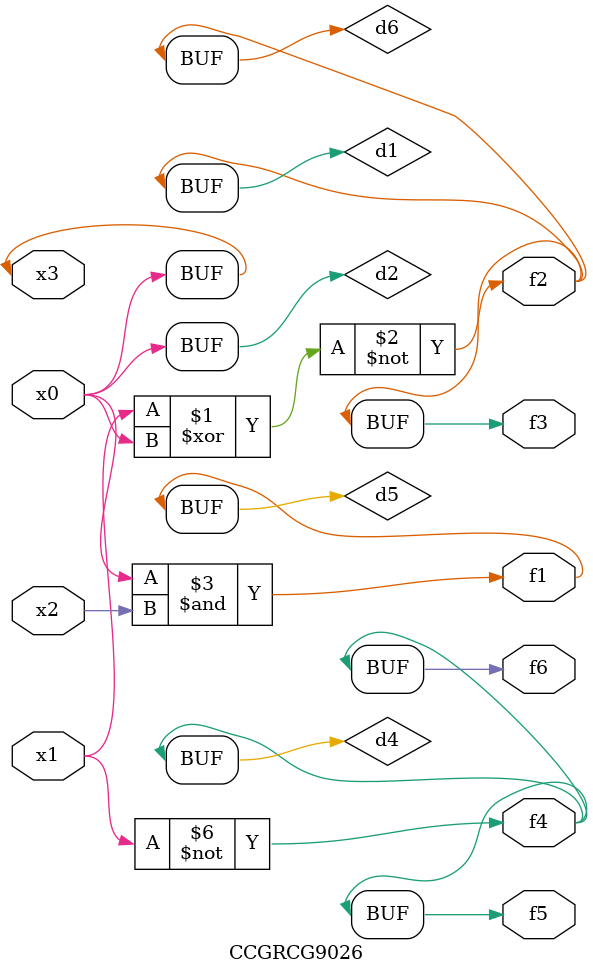
<source format=v>
module CCGRCG9026(
	input x0, x1, x2, x3,
	output f1, f2, f3, f4, f5, f6
);

	wire d1, d2, d3, d4, d5, d6;

	xnor (d1, x1, x3);
	buf (d2, x0, x3);
	nand (d3, x0, x2);
	not (d4, x1);
	nand (d5, d3);
	or (d6, d1);
	assign f1 = d5;
	assign f2 = d6;
	assign f3 = d6;
	assign f4 = d4;
	assign f5 = d4;
	assign f6 = d4;
endmodule

</source>
